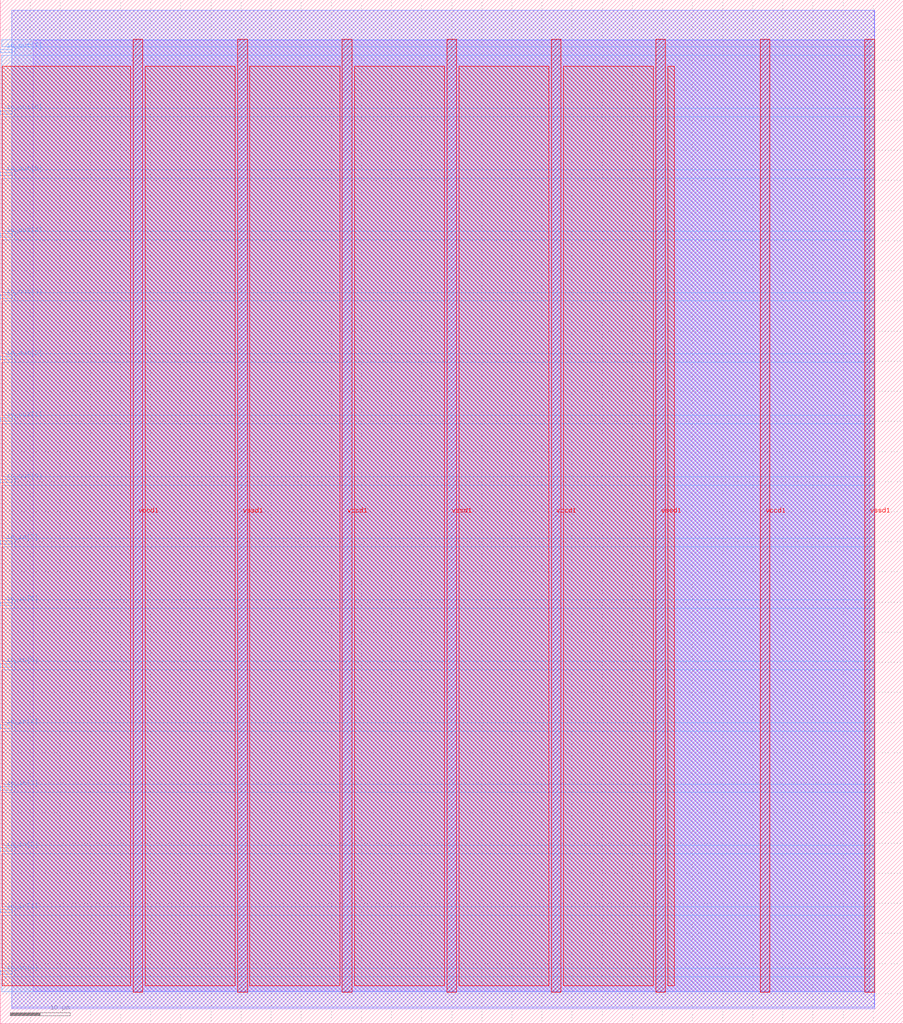
<source format=lef>
VERSION 5.7 ;
  NOWIREEXTENSIONATPIN ON ;
  DIVIDERCHAR "/" ;
  BUSBITCHARS "[]" ;
MACRO hpretl_tt03_temperature_sensor
  CLASS BLOCK ;
  FOREIGN hpretl_tt03_temperature_sensor ;
  ORIGIN 0.000 0.000 ;
  SIZE 150.000 BY 170.000 ;
  PIN io_in[0]
    DIRECTION INPUT ;
    USE SIGNAL ;
    PORT
      LAYER met3 ;
        RECT 0.000 8.200 2.000 8.800 ;
    END
  END io_in[0]
  PIN io_in[1]
    DIRECTION INPUT ;
    USE SIGNAL ;
    PORT
      LAYER met3 ;
        RECT 0.000 18.400 2.000 19.000 ;
    END
  END io_in[1]
  PIN io_in[2]
    DIRECTION INPUT ;
    USE SIGNAL ;
    PORT
      LAYER met3 ;
        RECT 0.000 28.600 2.000 29.200 ;
    END
  END io_in[2]
  PIN io_in[3]
    DIRECTION INPUT ;
    USE SIGNAL ;
    PORT
      LAYER met3 ;
        RECT 0.000 38.800 2.000 39.400 ;
    END
  END io_in[3]
  PIN io_in[4]
    DIRECTION INPUT ;
    USE SIGNAL ;
    PORT
      LAYER met3 ;
        RECT 0.000 49.000 2.000 49.600 ;
    END
  END io_in[4]
  PIN io_in[5]
    DIRECTION INPUT ;
    USE SIGNAL ;
    PORT
      LAYER met3 ;
        RECT 0.000 59.200 2.000 59.800 ;
    END
  END io_in[5]
  PIN io_in[6]
    DIRECTION INPUT ;
    USE SIGNAL ;
    PORT
      LAYER met3 ;
        RECT 0.000 69.400 2.000 70.000 ;
    END
  END io_in[6]
  PIN io_in[7]
    DIRECTION INPUT ;
    USE SIGNAL ;
    PORT
      LAYER met3 ;
        RECT 0.000 79.600 2.000 80.200 ;
    END
  END io_in[7]
  PIN io_out[0]
    DIRECTION OUTPUT TRISTATE ;
    USE SIGNAL ;
    PORT
      LAYER met3 ;
        RECT 0.000 89.800 2.000 90.400 ;
    END
  END io_out[0]
  PIN io_out[1]
    DIRECTION OUTPUT TRISTATE ;
    USE SIGNAL ;
    PORT
      LAYER met3 ;
        RECT 0.000 100.000 2.000 100.600 ;
    END
  END io_out[1]
  PIN io_out[2]
    DIRECTION OUTPUT TRISTATE ;
    USE SIGNAL ;
    PORT
      LAYER met3 ;
        RECT 0.000 110.200 2.000 110.800 ;
    END
  END io_out[2]
  PIN io_out[3]
    DIRECTION OUTPUT TRISTATE ;
    USE SIGNAL ;
    PORT
      LAYER met3 ;
        RECT 0.000 120.400 2.000 121.000 ;
    END
  END io_out[3]
  PIN io_out[4]
    DIRECTION OUTPUT TRISTATE ;
    USE SIGNAL ;
    PORT
      LAYER met3 ;
        RECT 0.000 130.600 2.000 131.200 ;
    END
  END io_out[4]
  PIN io_out[5]
    DIRECTION OUTPUT TRISTATE ;
    USE SIGNAL ;
    PORT
      LAYER met3 ;
        RECT 0.000 140.800 2.000 141.400 ;
    END
  END io_out[5]
  PIN io_out[6]
    DIRECTION OUTPUT TRISTATE ;
    USE SIGNAL ;
    PORT
      LAYER met3 ;
        RECT 0.000 151.000 2.000 151.600 ;
    END
  END io_out[6]
  PIN io_out[7]
    DIRECTION OUTPUT TRISTATE ;
    USE SIGNAL ;
    PORT
      LAYER met3 ;
        RECT 0.000 161.200 2.000 161.800 ;
    END
  END io_out[7]
  PIN vccd1
    DIRECTION INOUT ;
    USE POWER ;
    PORT
      LAYER met4 ;
        RECT 22.085 5.200 23.685 163.440 ;
    END
    PORT
      LAYER met4 ;
        RECT 56.815 5.200 58.415 163.440 ;
    END
    PORT
      LAYER met4 ;
        RECT 91.545 5.200 93.145 163.440 ;
    END
    PORT
      LAYER met4 ;
        RECT 126.275 5.200 127.875 163.440 ;
    END
  END vccd1
  PIN vssd1
    DIRECTION INOUT ;
    USE GROUND ;
    PORT
      LAYER met4 ;
        RECT 39.450 5.200 41.050 163.440 ;
    END
    PORT
      LAYER met4 ;
        RECT 74.180 5.200 75.780 163.440 ;
    END
    PORT
      LAYER met4 ;
        RECT 108.910 5.200 110.510 163.440 ;
    END
    PORT
      LAYER met4 ;
        RECT 143.640 5.200 145.240 163.440 ;
    END
  END vssd1
  OBS
      LAYER li1 ;
        RECT 5.520 5.355 144.440 163.285 ;
      LAYER met1 ;
        RECT 1.910 2.480 145.240 168.260 ;
      LAYER met2 ;
        RECT 1.940 2.730 145.210 168.290 ;
      LAYER met3 ;
        RECT 0.270 162.200 145.230 163.365 ;
        RECT 2.400 160.800 145.230 162.200 ;
        RECT 0.270 152.000 145.230 160.800 ;
        RECT 2.400 150.600 145.230 152.000 ;
        RECT 0.270 141.800 145.230 150.600 ;
        RECT 2.400 140.400 145.230 141.800 ;
        RECT 0.270 131.600 145.230 140.400 ;
        RECT 2.400 130.200 145.230 131.600 ;
        RECT 0.270 121.400 145.230 130.200 ;
        RECT 2.400 120.000 145.230 121.400 ;
        RECT 0.270 111.200 145.230 120.000 ;
        RECT 2.400 109.800 145.230 111.200 ;
        RECT 0.270 101.000 145.230 109.800 ;
        RECT 2.400 99.600 145.230 101.000 ;
        RECT 0.270 90.800 145.230 99.600 ;
        RECT 2.400 89.400 145.230 90.800 ;
        RECT 0.270 80.600 145.230 89.400 ;
        RECT 2.400 79.200 145.230 80.600 ;
        RECT 0.270 70.400 145.230 79.200 ;
        RECT 2.400 69.000 145.230 70.400 ;
        RECT 0.270 60.200 145.230 69.000 ;
        RECT 2.400 58.800 145.230 60.200 ;
        RECT 0.270 50.000 145.230 58.800 ;
        RECT 2.400 48.600 145.230 50.000 ;
        RECT 0.270 39.800 145.230 48.600 ;
        RECT 2.400 38.400 145.230 39.800 ;
        RECT 0.270 29.600 145.230 38.400 ;
        RECT 2.400 28.200 145.230 29.600 ;
        RECT 0.270 19.400 145.230 28.200 ;
        RECT 2.400 18.000 145.230 19.400 ;
        RECT 0.270 9.200 145.230 18.000 ;
        RECT 2.400 7.800 145.230 9.200 ;
        RECT 0.270 5.275 145.230 7.800 ;
      LAYER met4 ;
        RECT 0.295 6.295 21.685 158.945 ;
        RECT 24.085 6.295 39.050 158.945 ;
        RECT 41.450 6.295 56.415 158.945 ;
        RECT 58.815 6.295 73.780 158.945 ;
        RECT 76.180 6.295 91.145 158.945 ;
        RECT 93.545 6.295 108.510 158.945 ;
        RECT 110.910 6.295 111.945 158.945 ;
  END
END hpretl_tt03_temperature_sensor
END LIBRARY


</source>
